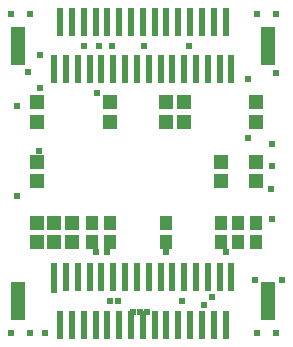
<source format=gbs>
%FSLAX44Y44*%
%MOMM*%
G71*
G01*
G75*
G04 Layer_Color=16711935*
%ADD10R,2.0000X0.2600*%
%ADD11R,0.2600X2.0000*%
%ADD12R,0.9400X1.0160*%
%ADD13R,0.9398X1.0160*%
%ADD14C,0.2000*%
%ADD15C,0.2032*%
%ADD16C,0.3000*%
%ADD17C,0.8000*%
%ADD18C,0.4000*%
%ADD19C,0.6000*%
%ADD20C,1.3160*%
G04:AMPARAMS|DCode=21|XSize=1.824mm|YSize=1.824mm|CornerRadius=0mm|HoleSize=0mm|Usage=FLASHONLY|Rotation=0.000|XOffset=0mm|YOffset=0mm|HoleType=Round|Shape=Relief|Width=0.254mm|Gap=0.254mm|Entries=4|*
%AMTHD21*
7,0,0,1.8240,1.3160,0.2540,45*
%
%ADD21THD21*%
%ADD22R,1.0160X0.9398*%
%ADD23R,1.0160X0.9400*%
%ADD24R,1.0000X3.0000*%
%ADD25R,0.3600X2.2000*%
%ADD26R,0.8890X0.9652*%
%ADD27C,1.0000*%
%ADD28C,0.4000*%
%ADD29C,0.1500*%
%ADD30C,0.1270*%
%ADD31C,0.2540*%
%ADD32R,2.2032X0.4632*%
%ADD33R,0.4632X2.2032*%
%ADD34R,1.1432X1.2192*%
%ADD35R,1.1430X1.2192*%
%ADD36C,0.6032*%
%ADD37R,1.2192X1.1430*%
%ADD38R,1.2192X1.1432*%
%ADD39R,1.2032X3.2032*%
%ADD40R,0.5632X2.4032*%
%ADD41R,1.0922X1.1684*%
D36*
X20250Y130550D02*
D03*
X192000Y162000D02*
D03*
X185350Y45350D02*
D03*
X179000Y38500D02*
D03*
X177000Y26000D02*
D03*
X87000Y83000D02*
D03*
X97000D02*
D03*
X147000D02*
D03*
X195004Y110997D02*
D03*
X207000Y108000D02*
D03*
X221000Y89000D02*
D03*
X77000Y281000D02*
D03*
X72000Y229000D02*
D03*
X88000Y218000D02*
D03*
X132000Y229000D02*
D03*
X221000Y162500D02*
D03*
X159950Y41650D02*
D03*
X197000Y282000D02*
D03*
X187000Y287000D02*
D03*
X167000Y281000D02*
D03*
X202000Y229000D02*
D03*
X192000D02*
D03*
X182000D02*
D03*
X90100Y257550D02*
D03*
X166300D02*
D03*
X77400D02*
D03*
X107000Y281000D02*
D03*
X177000D02*
D03*
X172000Y234000D02*
D03*
X162000D02*
D03*
X157000Y281000D02*
D03*
X152000Y234000D02*
D03*
X147000Y281000D02*
D03*
X142000Y234000D02*
D03*
X137000Y281000D02*
D03*
X127000D02*
D03*
X112000Y234000D02*
D03*
X122000D02*
D03*
X117000Y281000D02*
D03*
X102000Y234000D02*
D03*
X97000Y281000D02*
D03*
X92000Y234000D02*
D03*
X82000D02*
D03*
X62000D02*
D03*
X52000D02*
D03*
X87000Y281000D02*
D03*
X57000D02*
D03*
X67000D02*
D03*
X167000Y26000D02*
D03*
X157000D02*
D03*
X147000D02*
D03*
X137000D02*
D03*
X197000Y21000D02*
D03*
X187000Y16000D02*
D03*
X87000Y26000D02*
D03*
X97000D02*
D03*
X202000Y71000D02*
D03*
X192000D02*
D03*
X182000D02*
D03*
X172000D02*
D03*
X162000D02*
D03*
X152000D02*
D03*
X142000D02*
D03*
X132000D02*
D03*
X122000D02*
D03*
X112000D02*
D03*
X102000D02*
D03*
X92000D02*
D03*
X82000D02*
D03*
X72000D02*
D03*
X62000D02*
D03*
X52000Y51500D02*
D03*
X223500Y15000D02*
D03*
X31500D02*
D03*
X223500Y285000D02*
D03*
X31500D02*
D03*
X37000Y91500D02*
D03*
X52000D02*
D03*
X67000D02*
D03*
X147000Y210000D02*
D03*
X162000D02*
D03*
X102000Y212500D02*
D03*
X37000Y210000D02*
D03*
X220000Y212500D02*
D03*
X236150Y111500D02*
D03*
Y175000D02*
D03*
Y155950D02*
D03*
X39000Y169000D02*
D03*
X99000Y42000D02*
D03*
X106000D02*
D03*
X67000Y13000D02*
D03*
X57000D02*
D03*
X67000Y20000D02*
D03*
X57000D02*
D03*
Y26000D02*
D03*
X44000Y15000D02*
D03*
X197000Y83000D02*
D03*
X20250Y206750D02*
D03*
X240005Y15000D02*
D03*
X14995D02*
D03*
Y285000D02*
D03*
X240005D02*
D03*
X216000Y180000D02*
D03*
Y229500D02*
D03*
X100500Y257550D02*
D03*
X128200D02*
D03*
X40000Y222000D02*
D03*
X130500Y32500D02*
D03*
X245000Y60000D02*
D03*
X222000D02*
D03*
X240000Y235000D02*
D03*
X40000Y250000D02*
D03*
X30000Y236000D02*
D03*
X107000Y26000D02*
D03*
X235650Y136900D02*
D03*
X118500Y32500D02*
D03*
X124500D02*
D03*
D37*
X37000Y108005D02*
D03*
X99000Y193495D02*
D03*
X193000Y143495D02*
D03*
X223000D02*
D03*
X37000D02*
D03*
X67000Y108005D02*
D03*
X37000Y193495D02*
D03*
X52000Y108005D02*
D03*
X162000Y193495D02*
D03*
X223000D02*
D03*
X147000D02*
D03*
D38*
X37000Y91500D02*
D03*
X99000Y210000D02*
D03*
X193000Y160000D02*
D03*
X223000D02*
D03*
X37000D02*
D03*
X67000Y91500D02*
D03*
X37000Y210000D02*
D03*
X52000Y91500D02*
D03*
X162000Y210000D02*
D03*
X223000D02*
D03*
X147000D02*
D03*
D39*
X21000Y258000D02*
D03*
X233000D02*
D03*
X21000Y42000D02*
D03*
X233000D02*
D03*
D40*
X197000Y278000D02*
D03*
X187000D02*
D03*
X177000D02*
D03*
X167000D02*
D03*
X157000D02*
D03*
X147000D02*
D03*
X137000D02*
D03*
X127000D02*
D03*
X117000D02*
D03*
X107000D02*
D03*
X97000D02*
D03*
X87000D02*
D03*
X77000D02*
D03*
X67000D02*
D03*
X202000Y238000D02*
D03*
X192000D02*
D03*
X182000D02*
D03*
X172000D02*
D03*
X162000D02*
D03*
X152000D02*
D03*
X142000D02*
D03*
X132000D02*
D03*
X122000D02*
D03*
X112000D02*
D03*
X102000D02*
D03*
X92000D02*
D03*
X82000D02*
D03*
X72000D02*
D03*
X62000D02*
D03*
X52000D02*
D03*
X57000Y278000D02*
D03*
X117000Y22000D02*
D03*
X57000D02*
D03*
X67000D02*
D03*
X77000D02*
D03*
X87000D02*
D03*
X97000D02*
D03*
X107000D02*
D03*
X137000D02*
D03*
X147000D02*
D03*
X157000D02*
D03*
X167000D02*
D03*
X177000D02*
D03*
X197000D02*
D03*
X202000Y62000D02*
D03*
X192000D02*
D03*
X182000D02*
D03*
X172000D02*
D03*
X162000D02*
D03*
X152000D02*
D03*
X142000D02*
D03*
X132000D02*
D03*
X122000D02*
D03*
X112000D02*
D03*
X102000D02*
D03*
X92000D02*
D03*
X82000D02*
D03*
X72000D02*
D03*
X62000D02*
D03*
X52000D02*
D03*
X127000Y22000D02*
D03*
X187000D02*
D03*
D41*
X84000Y108010D02*
D03*
Y91500D02*
D03*
X99000D02*
D03*
Y108010D02*
D03*
X147000D02*
D03*
Y91500D02*
D03*
X208000Y108000D02*
D03*
Y91490D02*
D03*
X193000D02*
D03*
Y108000D02*
D03*
X223000Y91500D02*
D03*
Y108010D02*
D03*
M02*

</source>
